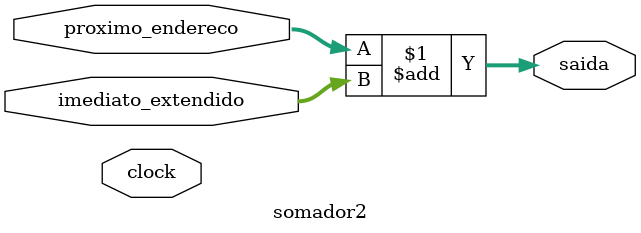
<source format=v>
module somador2 (proximo_endereco, imediato_extendido, saida, clock);

	// input 
	input [31:0] proximo_endereco;
	input [31:0] imediato_extendido;
	input clock;
	
	// output
	output [31:0] saida; 
	
	assign saida = proximo_endereco + imediato_extendido;
endmodule 
</source>
